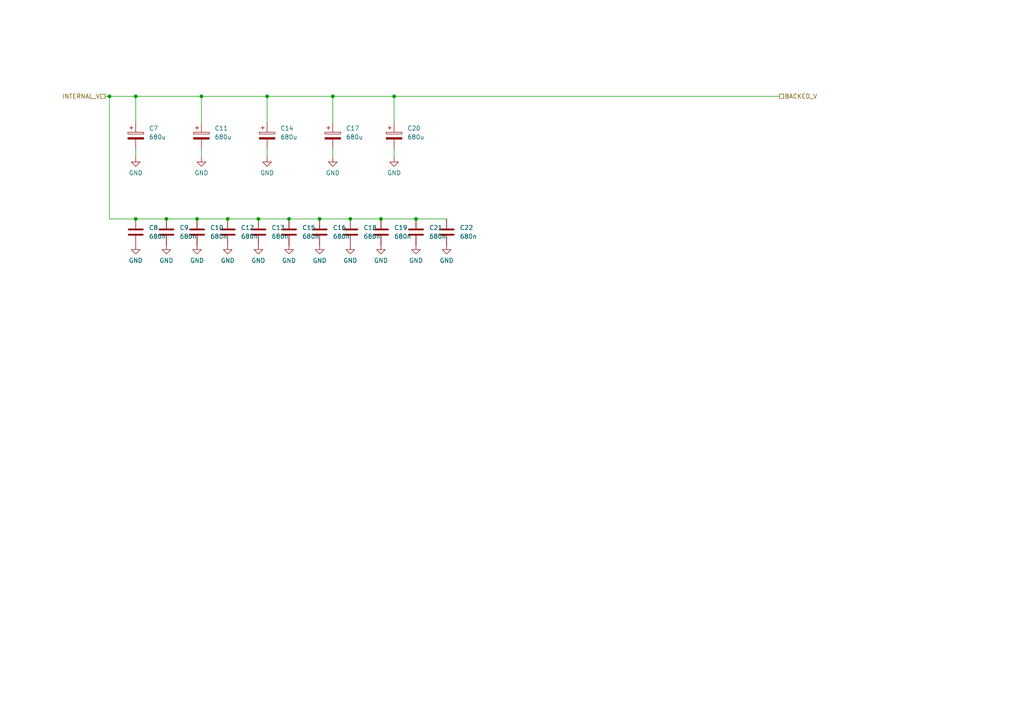
<source format=kicad_sch>
(kicad_sch (version 20231120) (generator "eeschema") (generator_version "8.0")
  (paper "A4")
  (lib_symbols
    (symbol "Device:C" (pin_numbers hide) (pin_names (offset 0.254))
      (property "Reference" "C" (at 0.635 2.54 0))
      (property "Value" "C" (at 0.635 -2.54 0))
      (symbol "C_0_1"
        (polyline (pts (xy -2.032 -0.762) (xy 2.032 -0.762)) (stroke (width 0.508)))
        (polyline (pts (xy -2.032 0.762) (xy 2.032 0.762)) (stroke (width 0.508)))
      )
      (symbol "C_1_1"
        (pin passive line (at 0 3.81 270) (length 2.794) (name "~") (number "1"))
        (pin passive line (at 0 -3.81 90) (length 2.794) (name "~") (number "2"))
      )
    )
    (symbol "Device:C_Polarized" (pin_numbers hide) (pin_names (offset 0.254))
      (property "Reference" "C" (at 0.635 2.54 0))
      (property "Value" "C_Polarized" (at 0.635 -2.54 0))
      (symbol "C_Polarized_0_1"
        (rectangle (start -2.286 0.508) (end 2.286 1.016))
        (polyline (pts (xy -1.778 2.286) (xy -0.762 2.286)))
        (polyline (pts (xy -1.27 2.794) (xy -1.27 1.778)))
        (rectangle (start 2.286 -0.508) (end -2.286 -1.016) (fill (type outline)))
      )
      (symbol "C_Polarized_1_1"
        (pin passive line (at 0 3.81 270) (length 2.794) (name "~") (number "1"))
        (pin passive line (at 0 -3.81 90) (length 2.794) (name "~") (number "2"))
      )
    )
    (symbol "power:GND" (power) (pin_numbers hide) (pin_names (offset 0) hide)
      (property "Value" "GND" (at 0 -3.81 0))
      (symbol "GND_0_1"
        (polyline (pts (xy 0 0) (xy 0 -1.27) (xy 1.27 -1.27) (xy 0 -2.54) (xy -1.27 -1.27) (xy 0 -1.27)))
      )
      (symbol "GND_1_1"
        (pin power_in line (at 0 0 270) (length 0) (name "~") (number "1"))
      )
    )
  )
  (junction (at 92.71 63.5))
  (junction (at 39.37 27.94))
  (junction (at 114.3 27.94))
  (junction (at 101.6 63.5))
  (junction (at 96.52 27.94))
  (junction (at 110.49 63.5))
  (junction (at 39.37 63.5))
  (junction (at 120.65 63.5))
  (junction (at 66.04 63.5))
  (junction (at 58.42 27.94))
  (junction (at 31.75 27.94))
  (junction (at 83.82 63.5))
  (junction (at 57.15 63.5))
  (junction (at 48.26 63.5))
  (junction (at 77.47 27.94))
  (junction (at 74.93 63.5))
  (wire (pts (xy 58.42 27.94) (xy 77.47 27.94)))
  (wire (pts (xy 31.75 27.94) (xy 39.37 27.94)))
  (wire (pts (xy 83.82 63.5) (xy 92.71 63.5)))
  (wire (pts (xy 101.6 63.5) (xy 110.49 63.5)))
  (wire (pts (xy 77.47 27.94) (xy 96.52 27.94)))
  (wire (pts (xy 92.71 63.5) (xy 101.6 63.5)))
  (wire (pts (xy 77.47 27.94) (xy 77.47 35.56)))
  (wire (pts (xy 114.3 27.94) (xy 114.3 35.56)))
  (wire (pts (xy 31.75 27.94) (xy 31.75 63.5)))
  (wire (pts (xy 66.04 63.5) (xy 74.93 63.5)))
  (wire (pts (xy 114.3 43.18) (xy 114.3 45.72)))
  (wire (pts (xy 39.37 27.94) (xy 39.37 35.56)))
  (wire (pts (xy 39.37 43.18) (xy 39.37 45.72)))
  (wire (pts (xy 31.75 63.5) (xy 39.37 63.5)))
  (wire (pts (xy 74.93 63.5) (xy 83.82 63.5)))
  (wire (pts (xy 48.26 63.5) (xy 57.15 63.5)))
  (wire (pts (xy 58.42 43.18) (xy 58.42 45.72)))
  (wire (pts (xy 39.37 27.94) (xy 58.42 27.94)))
  (wire (pts (xy 77.47 43.18) (xy 77.47 45.72)))
  (wire (pts (xy 120.65 63.5) (xy 129.54 63.5)))
  (wire (pts (xy 114.3 27.94) (xy 226.06 27.94)))
  (wire (pts (xy 96.52 27.94) (xy 114.3 27.94)))
  (wire (pts (xy 30.48 27.94) (xy 31.75 27.94)))
  (wire (pts (xy 57.15 63.5) (xy 66.04 63.5)))
  (wire (pts (xy 96.52 27.94) (xy 96.52 35.56)))
  (wire (pts (xy 110.49 63.5) (xy 120.65 63.5)))
  (wire (pts (xy 96.52 43.18) (xy 96.52 45.72)))
  (wire (pts (xy 39.37 63.5) (xy 48.26 63.5)))
  (wire (pts (xy 58.42 27.94) (xy 58.42 35.56)))
  (hierarchical_label "BACKED_V" (shape passive) (at 226.06 27.94 0))
  (hierarchical_label "INTERNAL_V" (shape passive) (at 30.48 27.94 180))
  (symbol (lib_id "power:GND") (at 110.49 71.12 0) (unit 1)
    (property "Reference" "#PWR083" (effects (hide yes)))
    (property "Value" "GND" (at 110.49 75.565 0))
    (property "Description" "Power symbol creates a global label with name \"GND\" , ground" (effects (hide yes)))
  )
  (symbol (lib_id "power:GND") (at 66.04 71.12 0) (unit 1)
    (property "Reference" "#PWR076" (effects (hide yes)))
    (property "Value" "GND" (at 66.04 75.565 0))
    (property "Description" "Power symbol creates a global label with name \"GND\" , ground" (effects (hide yes)))
  )
  (symbol (lib_id "power:GND") (at 39.37 45.72 0) (unit 1)
    (property "Reference" "#PWR071" (effects (hide yes)))
    (property "Value" "GND" (at 39.37 50.165 0))
    (property "Description" "Power symbol creates a global label with name \"GND\" , ground" (effects (hide yes)))
  )
  (symbol (lib_id "Device:C") (at 92.71 67.31 0) (unit 1)
    (property "Reference" "C16" (at 96.52 66.0399 0) (effects (justify left)))
    (property "Value" "680n" (at 96.52 68.5799 0) (effects (justify left)))
    (property "Footprint" "Capacitor_SMD:C_0805_2012Metric" (effects (hide yes)))
    (property "Part Nr." "C0805T684K5RCLTM" (effects (hide yes)))
  )
  (symbol (lib_id "Device:C") (at 74.93 67.31 0) (unit 1)
    (property "Reference" "C13" (at 78.74 66.0399 0) (effects (justify left)))
    (property "Value" "680n" (at 78.74 68.5799 0) (effects (justify left)))
    (property "Footprint" "Capacitor_SMD:C_0805_2012Metric" (effects (hide yes)))
    (property "Part Nr." "C0805T684K5RCLTM" (effects (hide yes)))
  )
  (symbol (lib_id "power:GND") (at 57.15 71.12 0) (unit 1)
    (property "Reference" "#PWR074" (effects (hide yes)))
    (property "Value" "GND" (at 57.15 75.565 0))
    (property "Description" "Power symbol creates a global label with name \"GND\" , ground" (effects (hide yes)))
  )
  (symbol (lib_id "power:GND") (at 83.82 71.12 0) (unit 1)
    (property "Reference" "#PWR079" (effects (hide yes)))
    (property "Value" "GND" (at 83.82 75.565 0))
    (property "Description" "Power symbol creates a global label with name \"GND\" , ground" (effects (hide yes)))
  )
  (symbol (lib_id "power:GND") (at 114.3 45.72 0) (unit 1)
    (property "Reference" "#PWR084" (effects (hide yes)))
    (property "Value" "GND" (at 114.3 50.165 0))
    (property "Description" "Power symbol creates a global label with name \"GND\" , ground" (effects (hide yes)))
  )
  (symbol (lib_id "Device:C") (at 110.49 67.31 0) (unit 1)
    (property "Reference" "C19" (at 114.3 66.0399 0) (effects (justify left)))
    (property "Value" "680n" (at 114.3 68.5799 0) (effects (justify left)))
    (property "Footprint" "Capacitor_SMD:C_0805_2012Metric" (effects (hide yes)))
    (property "Part Nr." "C0805T684K5RCLTM" (effects (hide yes)))
  )
  (symbol (lib_id "power:GND") (at 120.65 71.12 0) (unit 1)
    (property "Reference" "#PWR085" (effects (hide yes)))
    (property "Value" "GND" (at 120.65 75.565 0))
    (property "Description" "Power symbol creates a global label with name \"GND\" , ground" (effects (hide yes)))
  )
  (symbol (lib_id "Device:C") (at 83.82 67.31 0) (unit 1)
    (property "Reference" "C15" (at 87.63 66.0399 0) (effects (justify left)))
    (property "Value" "680n" (at 87.63 68.5799 0) (effects (justify left)))
    (property "Footprint" "Capacitor_SMD:C_0805_2012Metric" (effects (hide yes)))
    (property "Part Nr." "C0805T684K5RCLTM" (effects (hide yes)))
  )
  (symbol (lib_id "power:GND") (at 92.71 71.12 0) (unit 1)
    (property "Reference" "#PWR080" (effects (hide yes)))
    (property "Value" "GND" (at 92.71 75.565 0))
    (property "Description" "Power symbol creates a global label with name \"GND\" , ground" (effects (hide yes)))
  )
  (symbol (lib_id "Device:C_Polarized") (at 58.42 39.37 0) (unit 1)
    (property "Reference" "C11" (at 62.23 37.2109 0) (effects (justify left)))
    (property "Value" "680u" (at 62.23 39.7509 0) (effects (justify left)))
    (property "Footprint" "Capacitor_Tantalum_SMD:CP_EIA-7343-43_Kemet-X" (effects (hide yes)))
    (property "Part Nr." "TPSE687M010R0150V" (effects (hide yes)))
  )
  (symbol (lib_id "Device:C_Polarized") (at 39.37 39.37 0) (unit 1)
    (property "Reference" "C7" (at 43.18 37.2109 0) (effects (justify left)))
    (property "Value" "680u" (at 43.18 39.7509 0) (effects (justify left)))
    (property "Footprint" "Capacitor_Tantalum_SMD:CP_EIA-7343-43_Kemet-X" (effects (hide yes)))
    (property "Part Nr." "TPSE687M010R0150V" (effects (hide yes)))
  )
  (symbol (lib_id "Device:C") (at 129.54 67.31 0) (unit 1)
    (property "Reference" "C22" (at 133.35 66.0399 0) (effects (justify left)))
    (property "Value" "680n" (at 133.35 68.5799 0) (effects (justify left)))
    (property "Footprint" "Capacitor_SMD:C_0805_2012Metric" (effects (hide yes)))
    (property "Part Nr." "C0805T684K5RCLTM" (effects (hide yes)))
  )
  (symbol (lib_id "power:GND") (at 129.54 71.12 0) (unit 1)
    (property "Reference" "#PWR086" (effects (hide yes)))
    (property "Value" "GND" (at 129.54 75.565 0))
    (property "Description" "Power symbol creates a global label with name \"GND\" , ground" (effects (hide yes)))
  )
  (symbol (lib_id "Device:C_Polarized") (at 96.52 39.37 0) (unit 1)
    (property "Reference" "C17" (at 100.33 37.2109 0) (effects (justify left)))
    (property "Value" "680u" (at 100.33 39.7509 0) (effects (justify left)))
    (property "Footprint" "Capacitor_Tantalum_SMD:CP_EIA-7343-43_Kemet-X" (effects (hide yes)))
    (property "Part Nr." "TPSE687M010R0150V" (effects (hide yes)))
  )
  (symbol (lib_id "power:GND") (at 48.26 71.12 0) (unit 1)
    (property "Reference" "#PWR073" (effects (hide yes)))
    (property "Value" "GND" (at 48.26 75.565 0))
    (property "Description" "Power symbol creates a global label with name \"GND\" , ground" (effects (hide yes)))
  )
  (symbol (lib_id "Device:C") (at 39.37 67.31 0) (unit 1)
    (property "Reference" "C8" (at 43.18 66.0399 0) (effects (justify left)))
    (property "Value" "680n" (at 43.18 68.5799 0) (effects (justify left)))
    (property "Footprint" "Capacitor_SMD:C_0805_2012Metric" (effects (hide yes)))
    (property "Part Nr." "C0805T684K5RCLTM" (effects (hide yes)))
  )
  (symbol (lib_id "Device:C_Polarized") (at 77.47 39.37 0) (unit 1)
    (property "Reference" "C14" (at 81.28 37.2109 0) (effects (justify left)))
    (property "Value" "680u" (at 81.28 39.7509 0) (effects (justify left)))
    (property "Footprint" "Capacitor_Tantalum_SMD:CP_EIA-7343-43_Kemet-X" (effects (hide yes)))
    (property "Part Nr." "TPSE687M010R0150V" (effects (hide yes)))
  )
  (symbol (lib_id "Device:C") (at 101.6 67.31 0) (unit 1)
    (property "Reference" "C18" (at 105.41 66.0399 0) (effects (justify left)))
    (property "Value" "680n" (at 105.41 68.5799 0) (effects (justify left)))
    (property "Footprint" "Capacitor_SMD:C_0805_2012Metric" (effects (hide yes)))
    (property "Part Nr." "C0805T684K5RCLTM" (effects (hide yes)))
  )
  (symbol (lib_id "power:GND") (at 58.42 45.72 0) (unit 1)
    (property "Reference" "#PWR075" (effects (hide yes)))
    (property "Value" "GND" (at 58.42 50.165 0))
    (property "Description" "Power symbol creates a global label with name \"GND\" , ground" (effects (hide yes)))
  )
  (symbol (lib_id "power:GND") (at 39.37 71.12 0) (unit 1)
    (property "Reference" "#PWR072" (effects (hide yes)))
    (property "Value" "GND" (at 39.37 75.565 0))
    (property "Description" "Power symbol creates a global label with name \"GND\" , ground" (effects (hide yes)))
  )
  (symbol (lib_id "Device:C_Polarized") (at 114.3 39.37 0) (unit 1)
    (property "Reference" "C20" (at 118.11 37.2109 0) (effects (justify left)))
    (property "Value" "680u" (at 118.11 39.7509 0) (effects (justify left)))
    (property "Footprint" "Capacitor_Tantalum_SMD:CP_EIA-7343-43_Kemet-X" (effects (hide yes)))
    (property "Part Nr." "TPSE687M010R0150V" (effects (hide yes)))
  )
  (symbol (lib_id "Device:C") (at 120.65 67.31 0) (unit 1)
    (property "Reference" "C21" (at 124.46 66.0399 0) (effects (justify left)))
    (property "Value" "680n" (at 124.46 68.5799 0) (effects (justify left)))
    (property "Footprint" "Capacitor_SMD:C_0805_2012Metric" (effects (hide yes)))
    (property "Part Nr." "C0805T684K5RCLTM" (effects (hide yes)))
  )
  (symbol (lib_id "power:GND") (at 74.93 71.12 0) (unit 1)
    (property "Reference" "#PWR077" (effects (hide yes)))
    (property "Value" "GND" (at 74.93 75.565 0))
    (property "Description" "Power symbol creates a global label with name \"GND\" , ground" (effects (hide yes)))
  )
  (symbol (lib_id "Device:C") (at 57.15 67.31 0) (unit 1)
    (property "Reference" "C10" (at 60.96 66.0399 0) (effects (justify left)))
    (property "Value" "680n" (at 60.96 68.5799 0) (effects (justify left)))
    (property "Footprint" "Capacitor_SMD:C_0805_2012Metric" (effects (hide yes)))
    (property "Part Nr." "C0805T684K5RCLTM" (effects (hide yes)))
  )
  (symbol (lib_id "power:GND") (at 101.6 71.12 0) (unit 1)
    (property "Reference" "#PWR082" (effects (hide yes)))
    (property "Value" "GND" (at 101.6 75.565 0))
    (property "Description" "Power symbol creates a global label with name \"GND\" , ground" (effects (hide yes)))
  )
  (symbol (lib_id "Device:C") (at 66.04 67.31 0) (unit 1)
    (property "Reference" "C12" (at 69.85 66.0399 0) (effects (justify left)))
    (property "Value" "680n" (at 69.85 68.5799 0) (effects (justify left)))
    (property "Footprint" "Capacitor_SMD:C_0805_2012Metric" (effects (hide yes)))
    (property "Part Nr." "C0805T684K5RCLTM" (effects (hide yes)))
  )
  (symbol (lib_id "power:GND") (at 77.47 45.72 0) (unit 1)
    (property "Reference" "#PWR078" (effects (hide yes)))
    (property "Value" "GND" (at 77.47 50.165 0))
    (property "Description" "Power symbol creates a global label with name \"GND\" , ground" (effects (hide yes)))
  )
  (symbol (lib_id "Device:C") (at 48.26 67.31 0) (unit 1)
    (property "Reference" "C9" (at 52.07 66.0399 0) (effects (justify left)))
    (property "Value" "680n" (at 52.07 68.5799 0) (effects (justify left)))
    (property "Footprint" "Capacitor_SMD:C_0805_2012Metric" (effects (hide yes)))
    (property "Part Nr." "C0805T684K5RCLTM" (effects (hide yes)))
  )
  (symbol (lib_id "power:GND") (at 96.52 45.72 0) (unit 1)
    (property "Reference" "#PWR081" (effects (hide yes)))
    (property "Value" "GND" (at 96.52 50.165 0))
    (property "Description" "Power symbol creates a global label with name \"GND\" , ground" (effects (hide yes)))
  )
)
</source>
